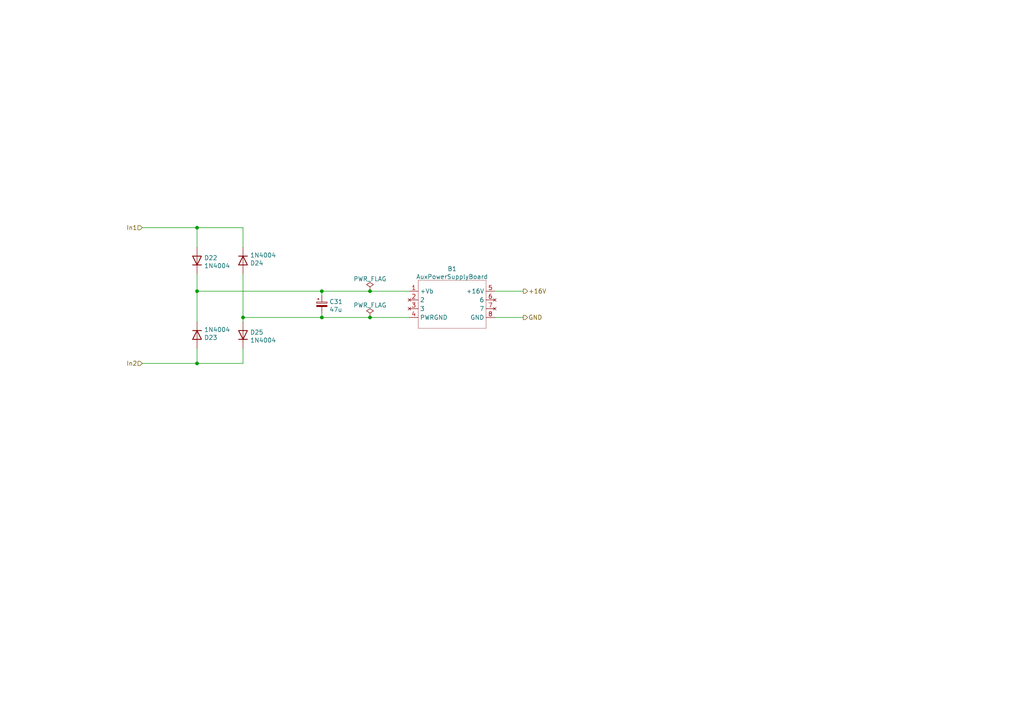
<source format=kicad_sch>
(kicad_sch (version 20210126) (generator eeschema)
  (paper "A4")
  (lib_symbols
    (symbol "Device:C_Polarized_Small" (pin_numbers hide) (pin_names (offset 0.254) hide)
      (property "Reference" "C" (at 0.254 1.778 0))
      (property "Value" "C_Polarized_Small" (at 0.254 -2.032 0))
      (symbol "C_Polarized_Small_0_1"
        (rectangle (start -1.524 0.6858) (end 1.524 0.3048))
        (rectangle (start -1.524 -0.3048) (end 1.524 -0.6858) (fill (type outline)))
        (polyline (pts (xy -1.27 1.524) (xy -0.762 1.524)))
        (polyline (pts (xy -1.016 1.27) (xy -1.016 1.778)))
      )
      (symbol "C_Polarized_Small_1_1"
        (pin passive line (at 0 2.54 270) (length 1.8542) (name "~") (number "1"))
        (pin passive line (at 0 -2.54 90) (length 1.8542) (name "~") (number "2"))
      )
    )
    (symbol "Diode:1N4004" (pin_numbers hide) (pin_names (offset 1.016) hide)
      (property "Reference" "D" (at 0 2.54 0))
      (property "Value" "1N4004" (at 0 -2.54 0))
      (symbol "1N4004_0_1"
        (polyline (pts (xy -1.27 1.27) (xy -1.27 -1.27)) (stroke (width 0.254)))
        (polyline (pts (xy 1.27 0) (xy -1.27 0)))
        (polyline (pts (xy 1.27 1.27) (xy 1.27 -1.27) (xy -1.27 0) (xy 1.27 1.27)) (stroke (width 0.254)))
      )
      (symbol "1N4004_1_1"
        (pin passive line (at -3.81 0 0) (length 2.54) (name "K") (number "1"))
        (pin passive line (at 3.81 0 180) (length 2.54) (name "A") (number "2"))
      )
    )
    (symbol "Userlibrary:AuxPowerSupplyBoard"
      (property "Reference" "B" (at -3.175 10.16 0))
      (property "Value" "AuxPowerSupplyBoard" (at 0.635 8.255 0))
      (symbol "AuxPowerSupplyBoard_0_1"
        (rectangle (start -10.16 6.985) (end 9.525 -6.985) (stroke (width 0.0006)))
      )
      (symbol "AuxPowerSupplyBoard_1_1"
        (pin power_in line (at -12.7 3.81 0) (length 2.54) (name "+Vb") (number "1"))
        (pin no_connect line (at -12.7 1.27 0) (length 2.54) (name "2") (number "2"))
        (pin no_connect line (at -12.7 -1.27 0) (length 2.54) (name "3") (number "3"))
        (pin power_in line (at -12.7 -3.81 0) (length 2.54) (name "PWRGND") (number "4"))
        (pin power_out line (at 12.065 3.81 180) (length 2.54) (name "+16V") (number "5"))
        (pin no_connect line (at 12.065 1.27 180) (length 2.54) (name "6") (number "6"))
        (pin no_connect line (at 12.065 -1.27 180) (length 2.54) (name "7") (number "7"))
        (pin power_out line (at 12.065 -3.81 180) (length 2.54) (name "GND") (number "8"))
      )
    )
    (symbol "power:PWR_FLAG" (power) (pin_numbers hide) (pin_names (offset 0) hide)
      (property "Value" "PWR_FLAG" (at 0 3.81 0))
      (symbol "PWR_FLAG_0_0"
        (pin power_out line (at 0 0 90) (length 0) (name "pwr") (number "1"))
      )
      (symbol "PWR_FLAG_0_1"
        (polyline (pts (xy 0 0) (xy 0 1.27) (xy -1.016 1.905) (xy 0 2.54) (xy 1.016 1.905) (xy 0 1.27)))
      )
    )
  )
  (junction (at 57.15 66.04) (diameter 0.9144))
  (junction (at 57.15 84.455) (diameter 0.9144))
  (junction (at 57.15 105.41) (diameter 0.9144))
  (junction (at 70.485 92.075) (diameter 0.9144))
  (junction (at 93.345 84.455) (diameter 0.9144))
  (junction (at 93.345 92.075) (diameter 0.9144))
  (junction (at 107.315 84.455) (diameter 0.9144))
  (junction (at 107.315 92.075) (diameter 0.9144))
  (wire (pts (xy 41.275 66.04) (xy 57.15 66.04)))
  (wire (pts (xy 41.275 105.41) (xy 57.15 105.41)))
  (wire (pts (xy 57.15 66.04) (xy 57.15 71.755)))
  (wire (pts (xy 57.15 79.375) (xy 57.15 84.455)))
  (wire (pts (xy 57.15 84.455) (xy 57.15 93.345)))
  (wire (pts (xy 57.15 84.455) (xy 93.345 84.455)))
  (wire (pts (xy 57.15 100.965) (xy 57.15 105.41)))
  (wire (pts (xy 57.15 105.41) (xy 70.485 105.41)))
  (wire (pts (xy 70.485 66.04) (xy 57.15 66.04)))
  (wire (pts (xy 70.485 71.755) (xy 70.485 66.04)))
  (wire (pts (xy 70.485 79.375) (xy 70.485 92.075)))
  (wire (pts (xy 70.485 92.075) (xy 70.485 93.345)))
  (wire (pts (xy 70.485 92.075) (xy 93.345 92.075)))
  (wire (pts (xy 70.485 100.965) (xy 70.485 105.41)))
  (wire (pts (xy 93.345 84.455) (xy 93.345 85.725)))
  (wire (pts (xy 93.345 84.455) (xy 107.315 84.455)))
  (wire (pts (xy 93.345 90.805) (xy 93.345 92.075)))
  (wire (pts (xy 93.345 92.075) (xy 107.315 92.075)))
  (wire (pts (xy 107.315 84.455) (xy 118.745 84.455)))
  (wire (pts (xy 107.315 92.075) (xy 118.745 92.075)))
  (wire (pts (xy 143.51 84.455) (xy 151.765 84.455)))
  (wire (pts (xy 143.51 92.075) (xy 151.765 92.075)))
  (hierarchical_label "In1" (shape input) (at 41.275 66.04 180))
  (hierarchical_label "In2" (shape input) (at 41.275 105.41 180))
  (hierarchical_label "+16V" (shape output) (at 151.765 84.455 0))
  (hierarchical_label "GND" (shape output) (at 151.765 92.075 0))
  (symbol (lib_id "power:PWR_FLAG") (at 107.315 84.455 0) (unit 1)
    (property "Reference" "#FLG07" (effects hide))
    (property "Value" "PWR_FLAG" (at 107.315 80.9076 0))
  )
  (symbol (lib_id "power:PWR_FLAG") (at 107.315 92.075 0) (unit 1)
    (property "Reference" "#FLG08" (effects hide))
    (property "Value" "PWR_FLAG" (at 107.315 88.5276 0))
  )
  (symbol (lib_id "Device:C_Polarized_Small") (at 93.345 88.265 0) (unit 1)
    (property "Reference" "C31" (at 95.5041 87.5041 0) (effects (justify left)))
    (property "Value" "47u" (at 95.5041 89.8028 0) (effects (justify left)))
  )
  (symbol (lib_id "Diode:1N4004") (at 57.15 75.565 90) (unit 1)
    (property "Reference" "D22" (at 59.1821 74.8041 90) (effects (justify right)))
    (property "Value" "1N4004" (at 59.1821 77.1028 90) (effects (justify right)))
    (property "Footprint" "Diode_THT:D_DO-41_SOD81_P10.16mm_Horizontal" (effects hide))
    (property "Datasheet" "http://www.vishay.com/docs/88503/1n4001.pdf" (effects hide))
  )
  (symbol (lib_id "Diode:1N4004") (at 57.15 97.155 90) (mirror x) (unit 1)
    (property "Reference" "D23" (at 59.1821 97.9159 90) (effects (justify right)))
    (property "Value" "1N4004" (at 59.1821 95.6172 90) (effects (justify right)))
    (property "Footprint" "Diode_THT:D_DO-41_SOD81_P10.16mm_Horizontal" (effects hide))
    (property "Datasheet" "http://www.vishay.com/docs/88503/1n4001.pdf" (effects hide))
  )
  (symbol (lib_id "Diode:1N4004") (at 70.485 75.565 90) (mirror x) (unit 1)
    (property "Reference" "D24" (at 72.5171 76.3259 90) (effects (justify right)))
    (property "Value" "1N4004" (at 72.5171 74.0272 90) (effects (justify right)))
    (property "Footprint" "Diode_THT:D_DO-41_SOD81_P10.16mm_Horizontal" (effects hide))
    (property "Datasheet" "http://www.vishay.com/docs/88503/1n4001.pdf" (effects hide))
  )
  (symbol (lib_id "Diode:1N4004") (at 70.485 97.155 90) (unit 1)
    (property "Reference" "D25" (at 72.5171 96.3941 90) (effects (justify right)))
    (property "Value" "1N4004" (at 72.5171 98.6928 90) (effects (justify right)))
    (property "Footprint" "Diode_THT:D_DO-41_SOD81_P10.16mm_Horizontal" (effects hide))
    (property "Datasheet" "http://www.vishay.com/docs/88503/1n4001.pdf" (effects hide))
  )
  (symbol (lib_id "Userlibrary:AuxPowerSupplyBoard") (at 131.445 88.265 0) (unit 1)
    (property "Reference" "B1" (at 131.1275 77.9735 0))
    (property "Value" "AuxPowerSupplyBoard" (at 131.1275 80.2722 0))
    (property "Footprint" "UserLibrary:Aux Power Supply Board" (effects hide))
  )
)
</source>
